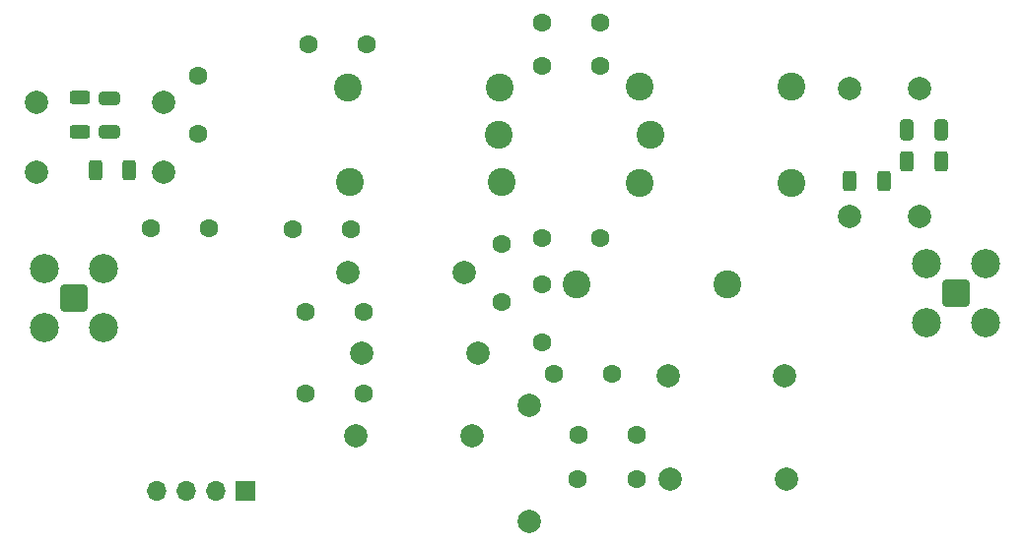
<source format=gbr>
%TF.GenerationSoftware,KiCad,Pcbnew,7.0.1*%
%TF.CreationDate,2023-11-04T13:43:07+00:00*%
%TF.ProjectId,Filter,46696c74-6572-42e6-9b69-6361645f7063,rev?*%
%TF.SameCoordinates,Original*%
%TF.FileFunction,Soldermask,Bot*%
%TF.FilePolarity,Negative*%
%FSLAX45Y45*%
G04 Gerber Fmt 4.5, Leading zero omitted, Abs format (unit mm)*
G04 Created by KiCad (PCBNEW 7.0.1) date 2023-11-04 13:43:07*
%MOMM*%
%LPD*%
G01*
G04 APERTURE LIST*
G04 Aperture macros list*
%AMRoundRect*
0 Rectangle with rounded corners*
0 $1 Rounding radius*
0 $2 $3 $4 $5 $6 $7 $8 $9 X,Y pos of 4 corners*
0 Add a 4 corners polygon primitive as box body*
4,1,4,$2,$3,$4,$5,$6,$7,$8,$9,$2,$3,0*
0 Add four circle primitives for the rounded corners*
1,1,$1+$1,$2,$3*
1,1,$1+$1,$4,$5*
1,1,$1+$1,$6,$7*
1,1,$1+$1,$8,$9*
0 Add four rect primitives between the rounded corners*
20,1,$1+$1,$2,$3,$4,$5,0*
20,1,$1+$1,$4,$5,$6,$7,0*
20,1,$1+$1,$6,$7,$8,$9,0*
20,1,$1+$1,$8,$9,$2,$3,0*%
G04 Aperture macros list end*
%ADD10C,2.000000*%
%ADD11C,1.600000*%
%ADD12RoundRect,0.200100X0.949900X-0.949900X0.949900X0.949900X-0.949900X0.949900X-0.949900X-0.949900X0*%
%ADD13C,2.500000*%
%ADD14RoundRect,0.200100X-0.949900X0.949900X-0.949900X-0.949900X0.949900X-0.949900X0.949900X0.949900X0*%
%ADD15C,2.400000*%
%ADD16R,1.700000X1.700000*%
%ADD17O,1.700000X1.700000*%
%ADD18RoundRect,0.250000X0.312500X0.625000X-0.312500X0.625000X-0.312500X-0.625000X0.312500X-0.625000X0*%
%ADD19RoundRect,0.250000X-0.325000X-0.650000X0.325000X-0.650000X0.325000X0.650000X-0.325000X0.650000X0*%
%ADD20RoundRect,0.250000X0.650000X-0.325000X0.650000X0.325000X-0.650000X0.325000X-0.650000X-0.325000X0*%
%ADD21RoundRect,0.250000X0.625000X-0.312500X0.625000X0.312500X-0.625000X0.312500X-0.625000X-0.312500X0*%
%ADD22RoundRect,0.250000X-0.312500X-0.625000X0.312500X-0.625000X0.312500X0.625000X-0.312500X0.625000X0*%
G04 APERTURE END LIST*
D10*
%TO.C,L7*%
X14641000Y-9243000D03*
X15641000Y-9243000D03*
%TD*%
%TO.C,L8*%
X15523000Y-8546000D03*
X14523000Y-8546000D03*
%TD*%
D11*
%TO.C,C7*%
X16189000Y-8648000D03*
X16189000Y-9148000D03*
%TD*%
D12*
%TO.C,J1*%
X12168000Y-8770000D03*
D13*
X11914000Y-9024000D03*
X12422000Y-9024000D03*
X11914000Y-8516000D03*
X12422000Y-8516000D03*
%TD*%
D11*
%TO.C,C6*%
X14051000Y-8176000D03*
X14551000Y-8176000D03*
%TD*%
%TO.C,C9*%
X14160000Y-8893000D03*
X14660000Y-8893000D03*
%TD*%
%TO.C,C13*%
X16504000Y-9949000D03*
X17004000Y-9949000D03*
%TD*%
%TO.C,C14*%
X16501000Y-10327000D03*
X17001000Y-10327000D03*
%TD*%
D10*
%TO.C,T2*%
X18836000Y-6967000D03*
X18836000Y-8067000D03*
X19436000Y-6967000D03*
X19436000Y-8067000D03*
%TD*%
D11*
%TO.C,C2*%
X14186000Y-6583000D03*
X14686000Y-6583000D03*
%TD*%
D14*
%TO.C,J4*%
X19745000Y-8727000D03*
D13*
X19999000Y-8473000D03*
X19491000Y-8473000D03*
X19999000Y-8981000D03*
X19491000Y-8981000D03*
%TD*%
D15*
%TO.C,L1*%
X14524000Y-6956000D03*
X15824000Y-6956000D03*
%TD*%
%TO.C,L2*%
X15823500Y-7366000D03*
X17123500Y-7366000D03*
%TD*%
D11*
%TO.C,C4*%
X16191000Y-6769000D03*
X16691000Y-6769000D03*
%TD*%
D16*
%TO.C,J3*%
X13640750Y-10426750D03*
D17*
X13386750Y-10426750D03*
X13132750Y-10426750D03*
X12878750Y-10426750D03*
%TD*%
D11*
%TO.C,C5*%
X12827000Y-8167000D03*
X13327000Y-8167000D03*
%TD*%
%TO.C,C11*%
X16291000Y-9419000D03*
X16791000Y-9419000D03*
%TD*%
D10*
%TO.C,T1*%
X12945000Y-7089000D03*
X11845000Y-7089000D03*
X12945000Y-7689000D03*
X11845000Y-7689000D03*
%TD*%
D15*
%TO.C,L4*%
X14545000Y-7772000D03*
X15845000Y-7772000D03*
%TD*%
D11*
%TO.C,C1*%
X13236000Y-7355000D03*
X13236000Y-6855000D03*
%TD*%
%TO.C,C8*%
X16188000Y-8256000D03*
X16688000Y-8256000D03*
%TD*%
%TO.C,C10*%
X15841000Y-8807000D03*
X15841000Y-8307000D03*
%TD*%
D10*
%TO.C,L12*%
X17289000Y-10325000D03*
X18289000Y-10325000D03*
%TD*%
D15*
%TO.C,L3*%
X17030000Y-6951000D03*
X18330000Y-6951000D03*
%TD*%
D10*
%TO.C,L10*%
X14588000Y-9952000D03*
X15588000Y-9952000D03*
%TD*%
%TO.C,L11*%
X16084000Y-9692000D03*
X16084000Y-10692000D03*
%TD*%
D11*
%TO.C,C12*%
X14162000Y-9589000D03*
X14662000Y-9589000D03*
%TD*%
%TO.C,C3*%
X16193000Y-6398000D03*
X16693000Y-6398000D03*
%TD*%
D15*
%TO.C,L5*%
X16488000Y-8649000D03*
X17788000Y-8649000D03*
%TD*%
%TO.C,L6*%
X17031000Y-7782000D03*
X18331000Y-7782000D03*
%TD*%
D10*
%TO.C,L9*%
X17276000Y-9443000D03*
X18276000Y-9443000D03*
%TD*%
D18*
%TO.C,R1*%
X12647750Y-7672125D03*
X12355250Y-7672125D03*
%TD*%
%TO.C,R3*%
X19127000Y-7766000D03*
X18834500Y-7766000D03*
%TD*%
D19*
%TO.C,C18*%
X19329000Y-7324000D03*
X19624000Y-7324000D03*
%TD*%
D20*
%TO.C,C16*%
X12477250Y-7343375D03*
X12477250Y-7048375D03*
%TD*%
D21*
%TO.C,R2*%
X12217250Y-7338875D03*
X12217250Y-7046375D03*
%TD*%
D22*
%TO.C,R4*%
X19328500Y-7597000D03*
X19621000Y-7597000D03*
%TD*%
M02*

</source>
